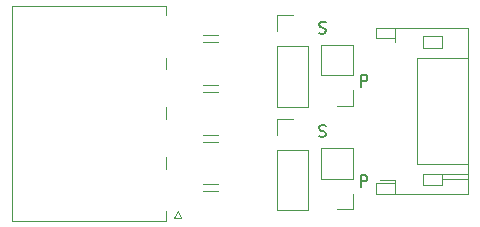
<source format=gto>
G04 #@! TF.GenerationSoftware,KiCad,Pcbnew,(5.1.0-1558-g0ba0c1724)*
G04 #@! TF.CreationDate,2019-12-01T14:41:24-08:00*
G04 #@! TF.ProjectId,8to4Stepper,38746f34-5374-4657-9070-65722e6b6963,rev?*
G04 #@! TF.SameCoordinates,Original*
G04 #@! TF.FileFunction,Legend,Top*
G04 #@! TF.FilePolarity,Positive*
%FSLAX46Y46*%
G04 Gerber Fmt 4.6, Leading zero omitted, Abs format (unit mm)*
G04 Created by KiCad (PCBNEW (5.1.0-1558-g0ba0c1724)) date 2019-12-01 14:41:24*
%MOMM*%
%LPD*%
G04 APERTURE LIST*
%ADD10C,0.150000*%
%ADD11C,0.120000*%
G04 APERTURE END LIST*
D10*
X201988095Y-117452380D02*
X201988095Y-116452380D01*
X202369047Y-116452380D01*
X202464285Y-116500000D01*
X202511904Y-116547619D01*
X202559523Y-116642857D01*
X202559523Y-116785714D01*
X202511904Y-116880952D01*
X202464285Y-116928571D01*
X202369047Y-116976190D01*
X201988095Y-116976190D01*
X198464285Y-121654761D02*
X198607142Y-121702380D01*
X198845238Y-121702380D01*
X198940476Y-121654761D01*
X198988095Y-121607142D01*
X199035714Y-121511904D01*
X199035714Y-121416666D01*
X198988095Y-121321428D01*
X198940476Y-121273809D01*
X198845238Y-121226190D01*
X198654761Y-121178571D01*
X198559523Y-121130952D01*
X198511904Y-121083333D01*
X198464285Y-120988095D01*
X198464285Y-120892857D01*
X198511904Y-120797619D01*
X198559523Y-120750000D01*
X198654761Y-120702380D01*
X198892857Y-120702380D01*
X199035714Y-120750000D01*
X201988095Y-125952380D02*
X201988095Y-124952380D01*
X202369047Y-124952380D01*
X202464285Y-125000000D01*
X202511904Y-125047619D01*
X202559523Y-125142857D01*
X202559523Y-125285714D01*
X202511904Y-125380952D01*
X202464285Y-125428571D01*
X202369047Y-125476190D01*
X201988095Y-125476190D01*
X198464285Y-112904761D02*
X198607142Y-112952380D01*
X198845238Y-112952380D01*
X198940476Y-112904761D01*
X198988095Y-112857142D01*
X199035714Y-112761904D01*
X199035714Y-112666666D01*
X198988095Y-112571428D01*
X198940476Y-112523809D01*
X198845238Y-112476190D01*
X198654761Y-112428571D01*
X198559523Y-112380952D01*
X198511904Y-112333333D01*
X198464285Y-112238095D01*
X198464285Y-112142857D01*
X198511904Y-112047619D01*
X198559523Y-112000000D01*
X198654761Y-111952380D01*
X198892857Y-111952380D01*
X199035714Y-112000000D01*
D11*
X201330000Y-113880000D02*
X198670000Y-113880000D01*
X201330000Y-116480000D02*
X201330000Y-113880000D01*
X198670000Y-116480000D02*
X198670000Y-113880000D01*
X201330000Y-116480000D02*
X198670000Y-116480000D01*
X201330000Y-117750000D02*
X201330000Y-119080000D01*
X201330000Y-119080000D02*
X200000000Y-119080000D01*
X201330000Y-122630000D02*
X198670000Y-122630000D01*
X201330000Y-125230000D02*
X201330000Y-122630000D01*
X198670000Y-125230000D02*
X198670000Y-122630000D01*
X201330000Y-125230000D02*
X198670000Y-125230000D01*
X201330000Y-126500000D02*
X201330000Y-127830000D01*
X201330000Y-127830000D02*
X200000000Y-127830000D01*
X185510000Y-128000000D02*
X185510000Y-128810000D01*
X185510000Y-128810000D02*
X172490000Y-128810000D01*
X172490000Y-128810000D02*
X172490000Y-119700000D01*
X185510000Y-111400000D02*
X185510000Y-110590000D01*
X185510000Y-110590000D02*
X172490000Y-110590000D01*
X172490000Y-110590000D02*
X172490000Y-119700000D01*
X188610000Y-126300000D02*
X189890000Y-126300000D01*
X188610000Y-125700000D02*
X189890000Y-125700000D01*
X188610000Y-122100000D02*
X189890000Y-122100000D01*
X188610000Y-121500000D02*
X189890000Y-121500000D01*
X188610000Y-117900000D02*
X189890000Y-117900000D01*
X188610000Y-117300000D02*
X189890000Y-117300000D01*
X188610000Y-113700000D02*
X189890000Y-113700000D01*
X188610000Y-113100000D02*
X189890000Y-113100000D01*
X185500000Y-124390000D02*
X185500000Y-123410000D01*
X185500000Y-120190000D02*
X185500000Y-119210000D01*
X185500000Y-115990000D02*
X185500000Y-115010000D01*
X186500000Y-128000000D02*
X186800000Y-128600000D01*
X186800000Y-128600000D02*
X186200000Y-128600000D01*
X186200000Y-128600000D02*
X186500000Y-128000000D01*
X204890000Y-125360000D02*
X203675000Y-125360000D01*
X208850000Y-125300000D02*
X211110000Y-125300000D01*
X208850000Y-124800000D02*
X211110000Y-124800000D01*
X207250000Y-114200000D02*
X207250000Y-113200000D01*
X208850000Y-114200000D02*
X207250000Y-114200000D01*
X208850000Y-113200000D02*
X208850000Y-114200000D01*
X207250000Y-113200000D02*
X208850000Y-113200000D01*
X207250000Y-124800000D02*
X207250000Y-125800000D01*
X208850000Y-124800000D02*
X207250000Y-124800000D01*
X208850000Y-125800000D02*
X208850000Y-124800000D01*
X207250000Y-125800000D02*
X208850000Y-125800000D01*
X204890000Y-112440000D02*
X204890000Y-113360000D01*
X204890000Y-126560000D02*
X204890000Y-125640000D01*
X206750000Y-115000000D02*
X211110000Y-115000000D01*
X206750000Y-124000000D02*
X206750000Y-115000000D01*
X211110000Y-124000000D02*
X206750000Y-124000000D01*
X204890000Y-113360000D02*
X204890000Y-113640000D01*
X203290000Y-113360000D02*
X204890000Y-113360000D01*
X203290000Y-112440000D02*
X203290000Y-113360000D01*
X211110000Y-112440000D02*
X203290000Y-112440000D01*
X211110000Y-126560000D02*
X211110000Y-112440000D01*
X203290000Y-126560000D02*
X211110000Y-126560000D01*
X203290000Y-125640000D02*
X203290000Y-126560000D01*
X204890000Y-125640000D02*
X203290000Y-125640000D01*
X204890000Y-125360000D02*
X204890000Y-125640000D01*
X194920000Y-119160000D02*
X197580000Y-119160000D01*
X194920000Y-114020000D02*
X194920000Y-119160000D01*
X197580000Y-114020000D02*
X197580000Y-119160000D01*
X194920000Y-114020000D02*
X197580000Y-114020000D01*
X194920000Y-112750000D02*
X194920000Y-111420000D01*
X194920000Y-111420000D02*
X196250000Y-111420000D01*
X194920000Y-127910000D02*
X197580000Y-127910000D01*
X194920000Y-122770000D02*
X194920000Y-127910000D01*
X197580000Y-122770000D02*
X197580000Y-127910000D01*
X194920000Y-122770000D02*
X197580000Y-122770000D01*
X194920000Y-121500000D02*
X194920000Y-120170000D01*
X194920000Y-120170000D02*
X196250000Y-120170000D01*
M02*

</source>
